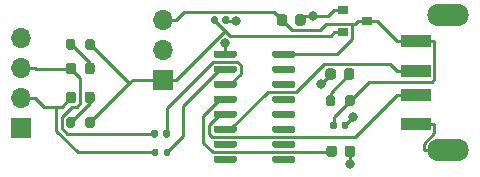
<source format=gbr>
G04 #@! TF.GenerationSoftware,KiCad,Pcbnew,(5.1.10)-1*
G04 #@! TF.CreationDate,2021-06-05T02:46:31+08:00*
G04 #@! TF.ProjectId,ch340,63683334-302e-46b6-9963-61645f706362,rev?*
G04 #@! TF.SameCoordinates,Original*
G04 #@! TF.FileFunction,Copper,L1,Top*
G04 #@! TF.FilePolarity,Positive*
%FSLAX46Y46*%
G04 Gerber Fmt 4.6, Leading zero omitted, Abs format (unit mm)*
G04 Created by KiCad (PCBNEW (5.1.10)-1) date 2021-06-05 02:46:31*
%MOMM*%
%LPD*%
G01*
G04 APERTURE LIST*
G04 #@! TA.AperFunction,SMDPad,CuDef*
%ADD10R,2.500000X1.100000*%
G04 #@! TD*
G04 #@! TA.AperFunction,ComponentPad*
%ADD11O,3.500000X1.900000*%
G04 #@! TD*
G04 #@! TA.AperFunction,ComponentPad*
%ADD12R,1.700000X1.700000*%
G04 #@! TD*
G04 #@! TA.AperFunction,ComponentPad*
%ADD13O,1.700000X1.700000*%
G04 #@! TD*
G04 #@! TA.AperFunction,SMDPad,CuDef*
%ADD14R,0.900000X0.800000*%
G04 #@! TD*
G04 #@! TA.AperFunction,ViaPad*
%ADD15C,0.800000*%
G04 #@! TD*
G04 #@! TA.AperFunction,Conductor*
%ADD16C,0.250000*%
G04 #@! TD*
G04 APERTURE END LIST*
G04 #@! TA.AperFunction,SMDPad,CuDef*
G36*
G01*
X144442000Y-93102200D02*
X144442000Y-92602200D01*
G75*
G02*
X144667000Y-92377200I225000J0D01*
G01*
X145117000Y-92377200D01*
G75*
G02*
X145342000Y-92602200I0J-225000D01*
G01*
X145342000Y-93102200D01*
G75*
G02*
X145117000Y-93327200I-225000J0D01*
G01*
X144667000Y-93327200D01*
G75*
G02*
X144442000Y-93102200I0J225000D01*
G01*
G37*
G04 #@! TD.AperFunction*
G04 #@! TA.AperFunction,SMDPad,CuDef*
G36*
G01*
X142892000Y-93102200D02*
X142892000Y-92602200D01*
G75*
G02*
X143117000Y-92377200I225000J0D01*
G01*
X143567000Y-92377200D01*
G75*
G02*
X143792000Y-92602200I0J-225000D01*
G01*
X143792000Y-93102200D01*
G75*
G02*
X143567000Y-93327200I-225000J0D01*
G01*
X143117000Y-93327200D01*
G75*
G02*
X142892000Y-93102200I0J225000D01*
G01*
G37*
G04 #@! TD.AperFunction*
G04 #@! TA.AperFunction,SMDPad,CuDef*
G36*
G01*
X147100000Y-104215000D02*
X147100000Y-103715000D01*
G75*
G02*
X147325000Y-103490000I225000J0D01*
G01*
X147775000Y-103490000D01*
G75*
G02*
X148000000Y-103715000I0J-225000D01*
G01*
X148000000Y-104215000D01*
G75*
G02*
X147775000Y-104440000I-225000J0D01*
G01*
X147325000Y-104440000D01*
G75*
G02*
X147100000Y-104215000I0J225000D01*
G01*
G37*
G04 #@! TD.AperFunction*
G04 #@! TA.AperFunction,SMDPad,CuDef*
G36*
G01*
X148650000Y-104215000D02*
X148650000Y-103715000D01*
G75*
G02*
X148875000Y-103490000I225000J0D01*
G01*
X149325000Y-103490000D01*
G75*
G02*
X149550000Y-103715000I0J-225000D01*
G01*
X149550000Y-104215000D01*
G75*
G02*
X149325000Y-104440000I-225000J0D01*
G01*
X148875000Y-104440000D01*
G75*
G02*
X148650000Y-104215000I0J225000D01*
G01*
G37*
G04 #@! TD.AperFunction*
G04 #@! TA.AperFunction,SMDPad,CuDef*
G36*
G01*
X148388000Y-101940000D02*
X148388000Y-101600000D01*
G75*
G02*
X148528000Y-101460000I140000J0D01*
G01*
X148808000Y-101460000D01*
G75*
G02*
X148948000Y-101600000I0J-140000D01*
G01*
X148948000Y-101940000D01*
G75*
G02*
X148808000Y-102080000I-140000J0D01*
G01*
X148528000Y-102080000D01*
G75*
G02*
X148388000Y-101940000I0J140000D01*
G01*
G37*
G04 #@! TD.AperFunction*
G04 #@! TA.AperFunction,SMDPad,CuDef*
G36*
G01*
X147428000Y-101940000D02*
X147428000Y-101600000D01*
G75*
G02*
X147568000Y-101460000I140000J0D01*
G01*
X147848000Y-101460000D01*
G75*
G02*
X147988000Y-101600000I0J-140000D01*
G01*
X147988000Y-101940000D01*
G75*
G02*
X147848000Y-102080000I-140000J0D01*
G01*
X147568000Y-102080000D01*
G75*
G02*
X147428000Y-101940000I0J140000D01*
G01*
G37*
G04 #@! TD.AperFunction*
G04 #@! TA.AperFunction,SMDPad,CuDef*
G36*
G01*
X137345000Y-93022200D02*
X137345000Y-92682200D01*
G75*
G02*
X137485000Y-92542200I140000J0D01*
G01*
X137765000Y-92542200D01*
G75*
G02*
X137905000Y-92682200I0J-140000D01*
G01*
X137905000Y-93022200D01*
G75*
G02*
X137765000Y-93162200I-140000J0D01*
G01*
X137485000Y-93162200D01*
G75*
G02*
X137345000Y-93022200I0J140000D01*
G01*
G37*
G04 #@! TD.AperFunction*
G04 #@! TA.AperFunction,SMDPad,CuDef*
G36*
G01*
X138305000Y-93022200D02*
X138305000Y-92682200D01*
G75*
G02*
X138445000Y-92542200I140000J0D01*
G01*
X138725000Y-92542200D01*
G75*
G02*
X138865000Y-92682200I0J-140000D01*
G01*
X138865000Y-93022200D01*
G75*
G02*
X138725000Y-93162200I-140000J0D01*
G01*
X138445000Y-93162200D01*
G75*
G02*
X138305000Y-93022200I0J140000D01*
G01*
G37*
G04 #@! TD.AperFunction*
G04 #@! TA.AperFunction,SMDPad,CuDef*
G36*
G01*
X148597000Y-97677950D02*
X148597000Y-97165450D01*
G75*
G02*
X148815750Y-96946700I218750J0D01*
G01*
X149253250Y-96946700D01*
G75*
G02*
X149472000Y-97165450I0J-218750D01*
G01*
X149472000Y-97677950D01*
G75*
G02*
X149253250Y-97896700I-218750J0D01*
G01*
X148815750Y-97896700D01*
G75*
G02*
X148597000Y-97677950I0J218750D01*
G01*
G37*
G04 #@! TD.AperFunction*
G04 #@! TA.AperFunction,SMDPad,CuDef*
G36*
G01*
X147022000Y-97677950D02*
X147022000Y-97165450D01*
G75*
G02*
X147240750Y-96946700I218750J0D01*
G01*
X147678250Y-96946700D01*
G75*
G02*
X147897000Y-97165450I0J-218750D01*
G01*
X147897000Y-97677950D01*
G75*
G02*
X147678250Y-97896700I-218750J0D01*
G01*
X147240750Y-97896700D01*
G75*
G02*
X147022000Y-97677950I0J218750D01*
G01*
G37*
G04 #@! TD.AperFunction*
G04 #@! TA.AperFunction,SMDPad,CuDef*
G36*
G01*
X126626000Y-99654050D02*
X126626000Y-99141550D01*
G75*
G02*
X126844750Y-98922800I218750J0D01*
G01*
X127282250Y-98922800D01*
G75*
G02*
X127501000Y-99141550I0J-218750D01*
G01*
X127501000Y-99654050D01*
G75*
G02*
X127282250Y-99872800I-218750J0D01*
G01*
X126844750Y-99872800D01*
G75*
G02*
X126626000Y-99654050I0J218750D01*
G01*
G37*
G04 #@! TD.AperFunction*
G04 #@! TA.AperFunction,SMDPad,CuDef*
G36*
G01*
X125051000Y-99654050D02*
X125051000Y-99141550D01*
G75*
G02*
X125269750Y-98922800I218750J0D01*
G01*
X125707250Y-98922800D01*
G75*
G02*
X125926000Y-99141550I0J-218750D01*
G01*
X125926000Y-99654050D01*
G75*
G02*
X125707250Y-99872800I-218750J0D01*
G01*
X125269750Y-99872800D01*
G75*
G02*
X125051000Y-99654050I0J218750D01*
G01*
G37*
G04 #@! TD.AperFunction*
G04 #@! TA.AperFunction,SMDPad,CuDef*
G36*
G01*
X125051000Y-97213050D02*
X125051000Y-96700550D01*
G75*
G02*
X125269750Y-96481800I218750J0D01*
G01*
X125707250Y-96481800D01*
G75*
G02*
X125926000Y-96700550I0J-218750D01*
G01*
X125926000Y-97213050D01*
G75*
G02*
X125707250Y-97431800I-218750J0D01*
G01*
X125269750Y-97431800D01*
G75*
G02*
X125051000Y-97213050I0J218750D01*
G01*
G37*
G04 #@! TD.AperFunction*
G04 #@! TA.AperFunction,SMDPad,CuDef*
G36*
G01*
X126626000Y-97213050D02*
X126626000Y-96700550D01*
G75*
G02*
X126844750Y-96481800I218750J0D01*
G01*
X127282250Y-96481800D01*
G75*
G02*
X127501000Y-96700550I0J-218750D01*
G01*
X127501000Y-97213050D01*
G75*
G02*
X127282250Y-97431800I-218750J0D01*
G01*
X126844750Y-97431800D01*
G75*
G02*
X126626000Y-97213050I0J218750D01*
G01*
G37*
G04 #@! TD.AperFunction*
D10*
X154675000Y-97165900D03*
X154675000Y-99165900D03*
X154675000Y-94665900D03*
X154675000Y-101665900D03*
D11*
X157425000Y-92465900D03*
X157425000Y-103865900D03*
D12*
X121290000Y-102009000D03*
D13*
X121290000Y-99469000D03*
X121290000Y-96929000D03*
X121290000Y-94389000D03*
D12*
X133230000Y-97922000D03*
D13*
X133230000Y-95382000D03*
X133230000Y-92842000D03*
G04 #@! TA.AperFunction,SMDPad,CuDef*
G36*
G01*
X132331000Y-104239000D02*
X132331000Y-103869000D01*
G75*
G02*
X132466000Y-103734000I135000J0D01*
G01*
X132736000Y-103734000D01*
G75*
G02*
X132871000Y-103869000I0J-135000D01*
G01*
X132871000Y-104239000D01*
G75*
G02*
X132736000Y-104374000I-135000J0D01*
G01*
X132466000Y-104374000D01*
G75*
G02*
X132331000Y-104239000I0J135000D01*
G01*
G37*
G04 #@! TD.AperFunction*
G04 #@! TA.AperFunction,SMDPad,CuDef*
G36*
G01*
X133351000Y-104239000D02*
X133351000Y-103869000D01*
G75*
G02*
X133486000Y-103734000I135000J0D01*
G01*
X133756000Y-103734000D01*
G75*
G02*
X133891000Y-103869000I0J-135000D01*
G01*
X133891000Y-104239000D01*
G75*
G02*
X133756000Y-104374000I-135000J0D01*
G01*
X133486000Y-104374000D01*
G75*
G02*
X133351000Y-104239000I0J135000D01*
G01*
G37*
G04 #@! TD.AperFunction*
G04 #@! TA.AperFunction,SMDPad,CuDef*
G36*
G01*
X133298000Y-102666000D02*
X133298000Y-102296000D01*
G75*
G02*
X133433000Y-102161000I135000J0D01*
G01*
X133703000Y-102161000D01*
G75*
G02*
X133838000Y-102296000I0J-135000D01*
G01*
X133838000Y-102666000D01*
G75*
G02*
X133703000Y-102801000I-135000J0D01*
G01*
X133433000Y-102801000D01*
G75*
G02*
X133298000Y-102666000I0J135000D01*
G01*
G37*
G04 #@! TD.AperFunction*
G04 #@! TA.AperFunction,SMDPad,CuDef*
G36*
G01*
X132278000Y-102666000D02*
X132278000Y-102296000D01*
G75*
G02*
X132413000Y-102161000I135000J0D01*
G01*
X132683000Y-102161000D01*
G75*
G02*
X132818000Y-102296000I0J-135000D01*
G01*
X132818000Y-102666000D01*
G75*
G02*
X132683000Y-102801000I-135000J0D01*
G01*
X132413000Y-102801000D01*
G75*
G02*
X132278000Y-102666000I0J135000D01*
G01*
G37*
G04 #@! TD.AperFunction*
G04 #@! TA.AperFunction,SMDPad,CuDef*
G36*
G01*
X148705000Y-99942000D02*
X148705000Y-99392000D01*
G75*
G02*
X148905000Y-99192000I200000J0D01*
G01*
X149305000Y-99192000D01*
G75*
G02*
X149505000Y-99392000I0J-200000D01*
G01*
X149505000Y-99942000D01*
G75*
G02*
X149305000Y-100142000I-200000J0D01*
G01*
X148905000Y-100142000D01*
G75*
G02*
X148705000Y-99942000I0J200000D01*
G01*
G37*
G04 #@! TD.AperFunction*
G04 #@! TA.AperFunction,SMDPad,CuDef*
G36*
G01*
X147055000Y-99942000D02*
X147055000Y-99392000D01*
G75*
G02*
X147255000Y-99192000I200000J0D01*
G01*
X147655000Y-99192000D01*
G75*
G02*
X147855000Y-99392000I0J-200000D01*
G01*
X147855000Y-99942000D01*
G75*
G02*
X147655000Y-100142000I-200000J0D01*
G01*
X147255000Y-100142000D01*
G75*
G02*
X147055000Y-99942000I0J200000D01*
G01*
G37*
G04 #@! TD.AperFunction*
G04 #@! TA.AperFunction,SMDPad,CuDef*
G36*
G01*
X125051000Y-101789000D02*
X125051000Y-101239000D01*
G75*
G02*
X125251000Y-101039000I200000J0D01*
G01*
X125651000Y-101039000D01*
G75*
G02*
X125851000Y-101239000I0J-200000D01*
G01*
X125851000Y-101789000D01*
G75*
G02*
X125651000Y-101989000I-200000J0D01*
G01*
X125251000Y-101989000D01*
G75*
G02*
X125051000Y-101789000I0J200000D01*
G01*
G37*
G04 #@! TD.AperFunction*
G04 #@! TA.AperFunction,SMDPad,CuDef*
G36*
G01*
X126701000Y-101789000D02*
X126701000Y-101239000D01*
G75*
G02*
X126901000Y-101039000I200000J0D01*
G01*
X127301000Y-101039000D01*
G75*
G02*
X127501000Y-101239000I0J-200000D01*
G01*
X127501000Y-101789000D01*
G75*
G02*
X127301000Y-101989000I-200000J0D01*
G01*
X126901000Y-101989000D01*
G75*
G02*
X126701000Y-101789000I0J200000D01*
G01*
G37*
G04 #@! TD.AperFunction*
G04 #@! TA.AperFunction,SMDPad,CuDef*
G36*
G01*
X125051000Y-95171900D02*
X125051000Y-94621900D01*
G75*
G02*
X125251000Y-94421900I200000J0D01*
G01*
X125651000Y-94421900D01*
G75*
G02*
X125851000Y-94621900I0J-200000D01*
G01*
X125851000Y-95171900D01*
G75*
G02*
X125651000Y-95371900I-200000J0D01*
G01*
X125251000Y-95371900D01*
G75*
G02*
X125051000Y-95171900I0J200000D01*
G01*
G37*
G04 #@! TD.AperFunction*
G04 #@! TA.AperFunction,SMDPad,CuDef*
G36*
G01*
X126701000Y-95171900D02*
X126701000Y-94621900D01*
G75*
G02*
X126901000Y-94421900I200000J0D01*
G01*
X127301000Y-94421900D01*
G75*
G02*
X127501000Y-94621900I0J-200000D01*
G01*
X127501000Y-95171900D01*
G75*
G02*
X127301000Y-95371900I-200000J0D01*
G01*
X126901000Y-95371900D01*
G75*
G02*
X126701000Y-95171900I0J200000D01*
G01*
G37*
G04 #@! TD.AperFunction*
G04 #@! TA.AperFunction,SMDPad,CuDef*
G36*
G01*
X137553000Y-95893000D02*
X137553000Y-95593000D01*
G75*
G02*
X137703000Y-95443000I150000J0D01*
G01*
X139353000Y-95443000D01*
G75*
G02*
X139503000Y-95593000I0J-150000D01*
G01*
X139503000Y-95893000D01*
G75*
G02*
X139353000Y-96043000I-150000J0D01*
G01*
X137703000Y-96043000D01*
G75*
G02*
X137553000Y-95893000I0J150000D01*
G01*
G37*
G04 #@! TD.AperFunction*
G04 #@! TA.AperFunction,SMDPad,CuDef*
G36*
G01*
X137553000Y-97163000D02*
X137553000Y-96863000D01*
G75*
G02*
X137703000Y-96713000I150000J0D01*
G01*
X139353000Y-96713000D01*
G75*
G02*
X139503000Y-96863000I0J-150000D01*
G01*
X139503000Y-97163000D01*
G75*
G02*
X139353000Y-97313000I-150000J0D01*
G01*
X137703000Y-97313000D01*
G75*
G02*
X137553000Y-97163000I0J150000D01*
G01*
G37*
G04 #@! TD.AperFunction*
G04 #@! TA.AperFunction,SMDPad,CuDef*
G36*
G01*
X137553000Y-98433000D02*
X137553000Y-98133000D01*
G75*
G02*
X137703000Y-97983000I150000J0D01*
G01*
X139353000Y-97983000D01*
G75*
G02*
X139503000Y-98133000I0J-150000D01*
G01*
X139503000Y-98433000D01*
G75*
G02*
X139353000Y-98583000I-150000J0D01*
G01*
X137703000Y-98583000D01*
G75*
G02*
X137553000Y-98433000I0J150000D01*
G01*
G37*
G04 #@! TD.AperFunction*
G04 #@! TA.AperFunction,SMDPad,CuDef*
G36*
G01*
X137553000Y-99703000D02*
X137553000Y-99403000D01*
G75*
G02*
X137703000Y-99253000I150000J0D01*
G01*
X139353000Y-99253000D01*
G75*
G02*
X139503000Y-99403000I0J-150000D01*
G01*
X139503000Y-99703000D01*
G75*
G02*
X139353000Y-99853000I-150000J0D01*
G01*
X137703000Y-99853000D01*
G75*
G02*
X137553000Y-99703000I0J150000D01*
G01*
G37*
G04 #@! TD.AperFunction*
G04 #@! TA.AperFunction,SMDPad,CuDef*
G36*
G01*
X137553000Y-100973000D02*
X137553000Y-100673000D01*
G75*
G02*
X137703000Y-100523000I150000J0D01*
G01*
X139353000Y-100523000D01*
G75*
G02*
X139503000Y-100673000I0J-150000D01*
G01*
X139503000Y-100973000D01*
G75*
G02*
X139353000Y-101123000I-150000J0D01*
G01*
X137703000Y-101123000D01*
G75*
G02*
X137553000Y-100973000I0J150000D01*
G01*
G37*
G04 #@! TD.AperFunction*
G04 #@! TA.AperFunction,SMDPad,CuDef*
G36*
G01*
X137553000Y-102243000D02*
X137553000Y-101943000D01*
G75*
G02*
X137703000Y-101793000I150000J0D01*
G01*
X139353000Y-101793000D01*
G75*
G02*
X139503000Y-101943000I0J-150000D01*
G01*
X139503000Y-102243000D01*
G75*
G02*
X139353000Y-102393000I-150000J0D01*
G01*
X137703000Y-102393000D01*
G75*
G02*
X137553000Y-102243000I0J150000D01*
G01*
G37*
G04 #@! TD.AperFunction*
G04 #@! TA.AperFunction,SMDPad,CuDef*
G36*
G01*
X137553000Y-103513000D02*
X137553000Y-103213000D01*
G75*
G02*
X137703000Y-103063000I150000J0D01*
G01*
X139353000Y-103063000D01*
G75*
G02*
X139503000Y-103213000I0J-150000D01*
G01*
X139503000Y-103513000D01*
G75*
G02*
X139353000Y-103663000I-150000J0D01*
G01*
X137703000Y-103663000D01*
G75*
G02*
X137553000Y-103513000I0J150000D01*
G01*
G37*
G04 #@! TD.AperFunction*
G04 #@! TA.AperFunction,SMDPad,CuDef*
G36*
G01*
X137553000Y-104783000D02*
X137553000Y-104483000D01*
G75*
G02*
X137703000Y-104333000I150000J0D01*
G01*
X139353000Y-104333000D01*
G75*
G02*
X139503000Y-104483000I0J-150000D01*
G01*
X139503000Y-104783000D01*
G75*
G02*
X139353000Y-104933000I-150000J0D01*
G01*
X137703000Y-104933000D01*
G75*
G02*
X137553000Y-104783000I0J150000D01*
G01*
G37*
G04 #@! TD.AperFunction*
G04 #@! TA.AperFunction,SMDPad,CuDef*
G36*
G01*
X142503000Y-104783000D02*
X142503000Y-104483000D01*
G75*
G02*
X142653000Y-104333000I150000J0D01*
G01*
X144303000Y-104333000D01*
G75*
G02*
X144453000Y-104483000I0J-150000D01*
G01*
X144453000Y-104783000D01*
G75*
G02*
X144303000Y-104933000I-150000J0D01*
G01*
X142653000Y-104933000D01*
G75*
G02*
X142503000Y-104783000I0J150000D01*
G01*
G37*
G04 #@! TD.AperFunction*
G04 #@! TA.AperFunction,SMDPad,CuDef*
G36*
G01*
X142503000Y-103513000D02*
X142503000Y-103213000D01*
G75*
G02*
X142653000Y-103063000I150000J0D01*
G01*
X144303000Y-103063000D01*
G75*
G02*
X144453000Y-103213000I0J-150000D01*
G01*
X144453000Y-103513000D01*
G75*
G02*
X144303000Y-103663000I-150000J0D01*
G01*
X142653000Y-103663000D01*
G75*
G02*
X142503000Y-103513000I0J150000D01*
G01*
G37*
G04 #@! TD.AperFunction*
G04 #@! TA.AperFunction,SMDPad,CuDef*
G36*
G01*
X142503000Y-102243000D02*
X142503000Y-101943000D01*
G75*
G02*
X142653000Y-101793000I150000J0D01*
G01*
X144303000Y-101793000D01*
G75*
G02*
X144453000Y-101943000I0J-150000D01*
G01*
X144453000Y-102243000D01*
G75*
G02*
X144303000Y-102393000I-150000J0D01*
G01*
X142653000Y-102393000D01*
G75*
G02*
X142503000Y-102243000I0J150000D01*
G01*
G37*
G04 #@! TD.AperFunction*
G04 #@! TA.AperFunction,SMDPad,CuDef*
G36*
G01*
X142503000Y-100973000D02*
X142503000Y-100673000D01*
G75*
G02*
X142653000Y-100523000I150000J0D01*
G01*
X144303000Y-100523000D01*
G75*
G02*
X144453000Y-100673000I0J-150000D01*
G01*
X144453000Y-100973000D01*
G75*
G02*
X144303000Y-101123000I-150000J0D01*
G01*
X142653000Y-101123000D01*
G75*
G02*
X142503000Y-100973000I0J150000D01*
G01*
G37*
G04 #@! TD.AperFunction*
G04 #@! TA.AperFunction,SMDPad,CuDef*
G36*
G01*
X142503000Y-99703000D02*
X142503000Y-99403000D01*
G75*
G02*
X142653000Y-99253000I150000J0D01*
G01*
X144303000Y-99253000D01*
G75*
G02*
X144453000Y-99403000I0J-150000D01*
G01*
X144453000Y-99703000D01*
G75*
G02*
X144303000Y-99853000I-150000J0D01*
G01*
X142653000Y-99853000D01*
G75*
G02*
X142503000Y-99703000I0J150000D01*
G01*
G37*
G04 #@! TD.AperFunction*
G04 #@! TA.AperFunction,SMDPad,CuDef*
G36*
G01*
X142503000Y-98433000D02*
X142503000Y-98133000D01*
G75*
G02*
X142653000Y-97983000I150000J0D01*
G01*
X144303000Y-97983000D01*
G75*
G02*
X144453000Y-98133000I0J-150000D01*
G01*
X144453000Y-98433000D01*
G75*
G02*
X144303000Y-98583000I-150000J0D01*
G01*
X142653000Y-98583000D01*
G75*
G02*
X142503000Y-98433000I0J150000D01*
G01*
G37*
G04 #@! TD.AperFunction*
G04 #@! TA.AperFunction,SMDPad,CuDef*
G36*
G01*
X142503000Y-97163000D02*
X142503000Y-96863000D01*
G75*
G02*
X142653000Y-96713000I150000J0D01*
G01*
X144303000Y-96713000D01*
G75*
G02*
X144453000Y-96863000I0J-150000D01*
G01*
X144453000Y-97163000D01*
G75*
G02*
X144303000Y-97313000I-150000J0D01*
G01*
X142653000Y-97313000D01*
G75*
G02*
X142503000Y-97163000I0J150000D01*
G01*
G37*
G04 #@! TD.AperFunction*
G04 #@! TA.AperFunction,SMDPad,CuDef*
G36*
G01*
X142503000Y-95893000D02*
X142503000Y-95593000D01*
G75*
G02*
X142653000Y-95443000I150000J0D01*
G01*
X144303000Y-95443000D01*
G75*
G02*
X144453000Y-95593000I0J-150000D01*
G01*
X144453000Y-95893000D01*
G75*
G02*
X144303000Y-96043000I-150000J0D01*
G01*
X142653000Y-96043000D01*
G75*
G02*
X142503000Y-95893000I0J150000D01*
G01*
G37*
G04 #@! TD.AperFunction*
D14*
X148540000Y-91980900D03*
X148540000Y-93880900D03*
X150540000Y-92930900D03*
D15*
X138528000Y-94831600D03*
X139492100Y-92910700D03*
X146639600Y-98241600D03*
X149100000Y-105056800D03*
X145971700Y-92507300D03*
X149354100Y-101083900D03*
D16*
X138528000Y-94831600D02*
X138528000Y-95743000D01*
X154675000Y-101665900D02*
X156250300Y-101665900D01*
X157425000Y-103865900D02*
X155349700Y-103865900D01*
X155349700Y-103865900D02*
X155349700Y-103329200D01*
X155349700Y-103329200D02*
X156250300Y-102428600D01*
X156250300Y-102428600D02*
X156250300Y-101665900D01*
X139492100Y-92910700D02*
X138643500Y-92910700D01*
X138643500Y-92910700D02*
X138585000Y-92852200D01*
X147459500Y-97421700D02*
X146639600Y-98241600D01*
X149100000Y-103965000D02*
X149100000Y-105056800D01*
X148540000Y-91980900D02*
X147764700Y-91980900D01*
X145971700Y-92507300D02*
X147238300Y-92507300D01*
X147238300Y-92507300D02*
X147764700Y-91980900D01*
X144892000Y-92852200D02*
X145236900Y-92507300D01*
X145236900Y-92507300D02*
X145971700Y-92507300D01*
X149354100Y-101083900D02*
X148668000Y-101770000D01*
X149315400Y-93147400D02*
X147081100Y-93147400D01*
X147081100Y-93147400D02*
X146537900Y-93690600D01*
X146537900Y-93690600D02*
X144180400Y-93690600D01*
X144180400Y-93690600D02*
X143342000Y-92852200D01*
X149764700Y-92930900D02*
X149548200Y-93147400D01*
X149548200Y-93147400D02*
X149315400Y-93147400D01*
X143478000Y-95743000D02*
X148017700Y-95743000D01*
X148017700Y-95743000D02*
X149315400Y-94445300D01*
X149315400Y-94445300D02*
X149315400Y-93147400D01*
X150540000Y-92930900D02*
X149764700Y-92930900D01*
X150540000Y-92930900D02*
X151364700Y-92930900D01*
X151364700Y-92930900D02*
X153099700Y-94665900D01*
X143342000Y-92852200D02*
X142675200Y-92185400D01*
X142675200Y-92185400D02*
X135061900Y-92185400D01*
X135061900Y-92185400D02*
X134405300Y-92842000D01*
X154675000Y-94665900D02*
X153099700Y-94665900D01*
X149105000Y-99667000D02*
X147708000Y-101064000D01*
X147708000Y-101064000D02*
X147708000Y-101770000D01*
X156250300Y-94665900D02*
X156250300Y-97860400D01*
X156250300Y-97860400D02*
X156017500Y-98093200D01*
X156017500Y-98093200D02*
X150678800Y-98093200D01*
X150678800Y-98093200D02*
X149105000Y-99667000D01*
X154675000Y-94665900D02*
X156250300Y-94665900D01*
X133230000Y-92842000D02*
X134405300Y-92842000D01*
X153099700Y-97165900D02*
X152530500Y-96596700D01*
X152530500Y-96596700D02*
X146884100Y-96596700D01*
X146884100Y-96596700D02*
X144562800Y-98918000D01*
X144562800Y-98918000D02*
X142149200Y-98918000D01*
X142149200Y-98918000D02*
X138974200Y-102093000D01*
X138974200Y-102093000D02*
X138528000Y-102093000D01*
X154675000Y-97165900D02*
X153099700Y-97165900D01*
X154675000Y-99165900D02*
X153099700Y-99165900D01*
X138528000Y-100823000D02*
X138132500Y-100823000D01*
X138132500Y-100823000D02*
X137207500Y-101748000D01*
X137207500Y-101748000D02*
X137207500Y-102483000D01*
X137207500Y-102483000D02*
X137452400Y-102727900D01*
X137452400Y-102727900D02*
X149537700Y-102727900D01*
X149537700Y-102727900D02*
X153099700Y-99165900D01*
X138528000Y-99553000D02*
X138122000Y-99553000D01*
X138122000Y-99553000D02*
X136696100Y-100978900D01*
X136696100Y-100978900D02*
X136696100Y-103225700D01*
X136696100Y-103225700D02*
X137468400Y-103998000D01*
X137468400Y-103998000D02*
X147517000Y-103998000D01*
X147517000Y-103998000D02*
X147550000Y-103965000D01*
X138546000Y-93781300D02*
X137625000Y-92860400D01*
X137625000Y-92860400D02*
X137625000Y-92852200D01*
X147764700Y-93880900D02*
X147467400Y-94178200D01*
X147467400Y-94178200D02*
X138942800Y-94178200D01*
X138942800Y-94178200D02*
X138546000Y-93781300D01*
X134405300Y-97922000D02*
X138546000Y-93781300D01*
X133230000Y-97922000D02*
X134405300Y-97922000D01*
X132642400Y-97922000D02*
X133230000Y-97922000D01*
X148540000Y-93880900D02*
X147764700Y-93880900D01*
X132642400Y-97922000D02*
X132054700Y-97922000D01*
X130409600Y-98205400D02*
X130693000Y-97922000D01*
X130693000Y-97922000D02*
X132054700Y-97922000D01*
X127101000Y-101514000D02*
X130409600Y-98205400D01*
X127101000Y-94896900D02*
X130409600Y-98205400D01*
X147455000Y-99667000D02*
X147455000Y-99001200D01*
X147455000Y-99001200D02*
X149034500Y-97421700D01*
X125451000Y-101514000D02*
X127063500Y-99901500D01*
X127063500Y-99901500D02*
X127063500Y-99397800D01*
X124230600Y-100205400D02*
X124680900Y-100205400D01*
X124680900Y-100205400D02*
X125488500Y-99397800D01*
X122465300Y-99469000D02*
X123201700Y-100205400D01*
X123201700Y-100205400D02*
X124230600Y-100205400D01*
X124230600Y-100205400D02*
X124230600Y-102206800D01*
X124230600Y-102206800D02*
X126077800Y-104054000D01*
X126077800Y-104054000D02*
X132601000Y-104054000D01*
X121290000Y-99469000D02*
X122465300Y-99469000D01*
X125451000Y-94896900D02*
X127063500Y-96509400D01*
X127063500Y-96509400D02*
X127063500Y-96956800D01*
X125488500Y-96956800D02*
X122493100Y-96956800D01*
X122493100Y-96956800D02*
X122465300Y-96929000D01*
X132548000Y-102481000D02*
X125141700Y-102481000D01*
X125141700Y-102481000D02*
X124680900Y-102020200D01*
X124680900Y-102020200D02*
X124680900Y-101055400D01*
X124680900Y-101055400D02*
X125533700Y-100202600D01*
X125533700Y-100202600D02*
X125977500Y-100202600D01*
X125977500Y-100202600D02*
X126276000Y-99904100D01*
X126276000Y-99904100D02*
X126276000Y-97744300D01*
X126276000Y-97744300D02*
X125488500Y-96956800D01*
X121290000Y-96929000D02*
X122465300Y-96929000D01*
X133621000Y-104054000D02*
X134998400Y-102676600D01*
X134998400Y-102676600D02*
X134998400Y-100135900D01*
X134998400Y-100135900D02*
X138121300Y-97013000D01*
X138121300Y-97013000D02*
X138528000Y-97013000D01*
X138528000Y-98283000D02*
X138966300Y-98283000D01*
X138966300Y-98283000D02*
X139837900Y-97411400D01*
X139837900Y-97411400D02*
X139837900Y-96666700D01*
X139837900Y-96666700D02*
X139549200Y-96378000D01*
X139549200Y-96378000D02*
X137502400Y-96378000D01*
X137502400Y-96378000D02*
X133568000Y-100312400D01*
X133568000Y-100312400D02*
X133568000Y-102481000D01*
M02*

</source>
